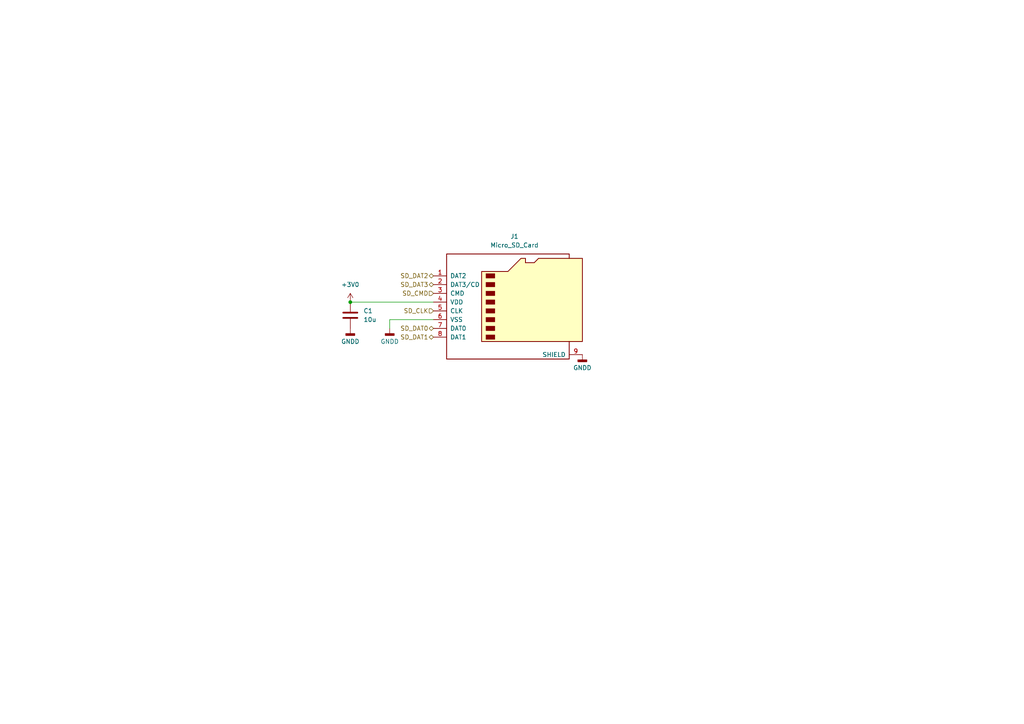
<source format=kicad_sch>
(kicad_sch (version 20250114) (generator "eeschema") (generator_version "9.0")
  (paper "A4")
  (lib_symbols
    (symbol "Connector:Micro_SD_Card" (pin_names (offset 1.016))
      (property "Reference" "J" (at -16.51 15.24 0))
      (property "Value" "Micro_SD_Card" (at 16.51 15.24 0))
      (symbol "Micro_SD_Card_0_1"
        (polyline (pts (xy -8.89 -11.43) (xy -8.89 8.89) (xy -1.27 8.89) (xy 2.54 12.7) (xy 3.81 12.7) (xy 3.81 11.43) (xy 6.35 11.43) (xy 7.62 12.7) (xy 20.32 12.7) (xy 20.32 -11.43) (xy -8.89 -11.43)) (stroke (width 0.254)) (fill (type background)))
        (rectangle (start -7.62 8.255) (end -5.08 6.985) (fill (type outline)))
        (rectangle (start -7.62 5.715) (end -5.08 4.445) (fill (type outline)))
        (rectangle (start -7.62 3.175) (end -5.08 1.905) (fill (type outline)))
        (rectangle (start -7.62 0.635) (end -5.08 -0.635) (fill (type outline)))
        (rectangle (start -7.62 -1.905) (end -5.08 -3.175) (fill (type outline)))
        (rectangle (start -7.62 -4.445) (end -5.08 -5.715) (fill (type outline)))
        (rectangle (start -7.62 -6.985) (end -5.08 -8.255) (fill (type outline)))
        (rectangle (start -7.62 -9.525) (end -5.08 -10.795) (fill (type outline)))
        (polyline (pts (xy 16.51 12.7) (xy 16.51 13.97) (xy -19.05 13.97) (xy -19.05 -16.51) (xy 16.51 -16.51) (xy 16.51 -11.43)) (stroke (width 0.254)))
      )
      (symbol "Micro_SD_Card_1_1"
        (pin bidirectional line (at -22.86 7.62 0) (length 3.81) (name "DAT2") (number "1"))
        (pin bidirectional line (at -22.86 5.08 0) (length 3.81) (name "DAT3/CD") (number "2"))
        (pin input line (at -22.86 2.54 0) (length 3.81) (name "CMD") (number "3"))
        (pin power_in line (at -22.86 0 0) (length 3.81) (name "VDD") (number "4"))
        (pin input line (at -22.86 -2.54 0) (length 3.81) (name "CLK") (number "5"))
        (pin power_in line (at -22.86 -5.08 0) (length 3.81) (name "VSS") (number "6"))
        (pin bidirectional line (at -22.86 -7.62 0) (length 3.81) (name "DAT0") (number "7"))
        (pin bidirectional line (at -22.86 -10.16 0) (length 3.81) (name "DAT1") (number "8"))
        (pin passive line (at 20.32 -15.24 180) (length 3.81) (name "SHIELD") (number "9"))
      )
    )
    (symbol "Device:C" (pin_numbers (hide yes)) (pin_names (offset 0.254))
      (property "Reference" "C" (at 0.635 2.54 0))
      (property "Value" "C" (at 0.635 -2.54 0))
      (symbol "C_0_1"
        (polyline (pts (xy -2.032 0.762) (xy 2.032 0.762)) (stroke (width 0.508)))
        (polyline (pts (xy -2.032 -0.762) (xy 2.032 -0.762)) (stroke (width 0.508)))
      )
      (symbol "C_1_1"
        (pin passive line (at 0 3.81 270) (length 2.794) (name "~") (number "1"))
        (pin passive line (at 0 -3.81 90) (length 2.794) (name "~") (number "2"))
      )
    )
    (symbol "power:+3V0" (power) (pin_numbers (hide yes)) (pin_names (offset 0) (hide yes))
      (property "Value" "+3V0" (at 0 3.556 0))
      (symbol "+3V0_0_1"
        (polyline (pts (xy -0.762 1.27) (xy 0 2.54)))
        (polyline (pts (xy 0 2.54) (xy 0.762 1.27)))
        (polyline (pts (xy 0 0) (xy 0 2.54)))
      )
      (symbol "+3V0_1_1"
        (pin power_in line (at 0 0 90) (length 0) (name "~") (number "1"))
      )
    )
    (symbol "power:GNDD" (power) (pin_numbers (hide yes)) (pin_names (offset 0) (hide yes))
      (property "Value" "GNDD" (at 0 -3.175 0))
      (symbol "GNDD_0_1"
        (rectangle (start -1.27 -1.524) (end 1.27 -2.032) (stroke (width 0.254)) (fill (type outline)))
        (polyline (pts (xy 0 0) (xy 0 -1.524)))
      )
      (symbol "GNDD_1_1"
        (pin power_in line (at 0 0 270) (length 0) (name "~") (number "1"))
      )
    )
  )
  (junction (at 101.6 87.63))
  (wire (pts (xy 113.03 92.71) (xy 125.73 92.71)))
  (wire (pts (xy 113.03 95.25) (xy 113.03 92.71)))
  (wire (pts (xy 101.6 87.63) (xy 125.73 87.63)))
  (hierarchical_label "SD_CMD" (shape input) (at 125.73 85.09 180))
  (hierarchical_label "SD_DAT2" (shape bidirectional) (at 125.73 80.01 180))
  (hierarchical_label "SD_CLK" (shape input) (at 125.73 90.17 180))
  (hierarchical_label "SD_DAT3" (shape bidirectional) (at 125.73 82.55 180))
  (hierarchical_label "SD_DAT0" (shape bidirectional) (at 125.73 95.25 180))
  (hierarchical_label "SD_DAT1" (shape bidirectional) (at 125.73 97.79 180))
  (symbol (lib_id "power:GNDD") (at 113.03 95.25 0) (unit 1)
    (property "Reference" "#PWR03" (effects (hide yes)))
    (property "Value" "GNDD" (at 113.03 99.06 0))
    (property "Description" "Power symbol creates a global label with name \"GNDD\" , digital ground" (effects (hide yes)))
  )
  (symbol (lib_id "power:GNDD") (at 101.6 95.25 0) (unit 1)
    (property "Reference" "#PWR01" (effects (hide yes)))
    (property "Value" "GNDD" (at 101.6 99.06 0))
    (property "Description" "Power symbol creates a global label with name \"GNDD\" , digital ground" (effects (hide yes)))
  )
  (symbol (lib_id "power:+3V0") (at 101.6 87.63 0) (unit 1)
    (property "Reference" "#PWR02" (effects (hide yes)))
    (property "Value" "+3V0" (at 101.6 82.55 0))
    (property "Description" "Power symbol creates a global label with name \"+3V0\"" (effects (hide yes)))
  )
  (symbol (lib_id "power:GNDD") (at 168.91 102.87 0) (unit 1)
    (property "Reference" "#PWR04" (effects (hide yes)))
    (property "Value" "GNDD" (at 168.91 106.68 0))
    (property "Description" "Power symbol creates a global label with name \"GNDD\" , digital ground" (effects (hide yes)))
  )
  (symbol (lib_id "Device:C") (at 101.6 91.44 0) (unit 1)
    (property "Reference" "C1" (at 105.41 90.1699 0) (effects (justify left)))
    (property "Value" "10u" (at 105.41 92.7099 0) (effects (justify left)))
    (property "Footprint" "Capacitor_SMD:C_0603_1608Metric_Pad1.08x0.95mm_HandSolder" (effects (hide yes)))
    (property "Description" "Unpolarized capacitor" (effects (hide yes)))
  )
  (symbol (lib_id "Connector:Micro_SD_Card") (at 148.59 87.63 0) (unit 1)
    (property "Reference" "J1" (at 149.225 68.58 0))
    (property "Value" "Micro_SD_Card" (at 149.225 71.12 0))
    (property "Footprint" "Connector_Card:microSD_HC_Molex_47219-2001" (effects (hide yes)))
    (property "Datasheet" "https://www.we-online.com/components/products/datasheet/693072010801.pdf" (effects (hide yes)))
    (property "Description" "Micro SD Card Socket" (effects (hide yes)))
  )
)
</source>
